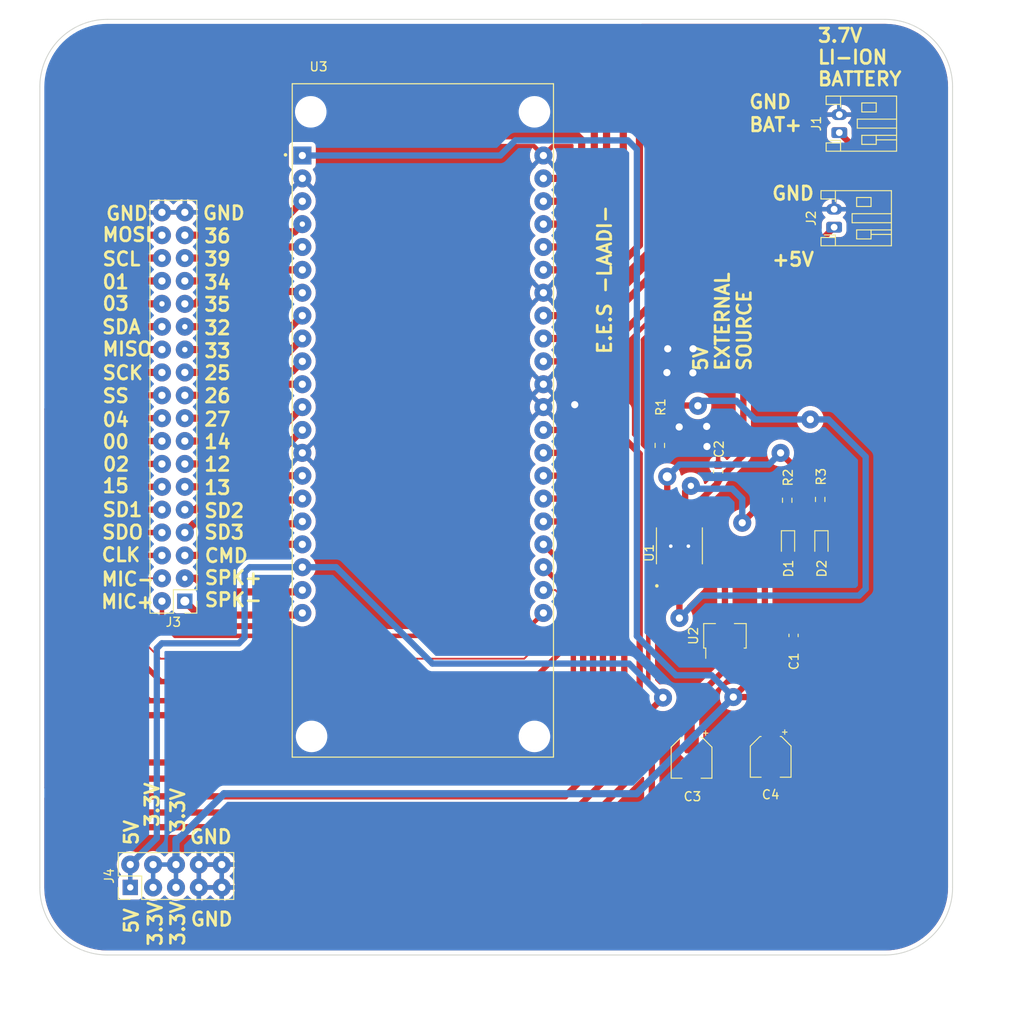
<source format=kicad_pcb>
(kicad_pcb (version 20221018) (generator pcbnew)
  (layers (0 "F.Cu" signal) (31 "B.Cu" signal) (34 "B.Paste" user) (35 "F.Paste" user) (36 "B.SilkS" user "B.Silkscreen") (37 "F.SilkS" user "F.Silkscreen") (38 "B.Mask" user) (39 "F.Mask" user) (44 "Edge.Cuts" user))
  (net 0 "")
  (net 1 "GND")
  (net 2 "BAT")
  (net 3 "3.3V")
  (net 4 "Net-(D1-K)")
  (net 5 "Net-(D2-K)")
  (net 6 "Net-(U1-VCC)")
  (net 7 "Net-(U1-~{STDBY})")
  (net 8 "Net-(U1-~{CHRG})")
  (net 9 "GPIO39")
  (net 10 "GPIO34")
  (net 11 "GPIO33")
  (net 12 "GPIO26")
  (net 13 "GPIO27")
  (net 14 "GPIO14")
  (net 15 "GPIO13")
  (net 16 "SD2")
  (net 17 "SPK+")
  (net 18 "MIC+")
  (net 19 "MIC-")
  (net 20 "CLK")
  (net 21 "SDO")
  (net 22 "GPIO2")
  (net 23 "SS")
  (net 24 "SCK")
  (footprint "GLOBAL_FOOTPRINTS:TP4056" (layer "F.Cu") (at 84.951785 71.984578 90)
    (fp_text reference "U1")
    (fp_text value "TP4056")
  )
  (footprint "Connector_PinHeader_2.54mm:PinHeader_2x05_P2.54mm_Vertical" (layer "F.Cu") (at 23.968009 109.919174 90)
    (fp_text reference "J4")
    (fp_text value "Conn_01x10_Pin")
  )
  (footprint "Capacitor_SMD:C_0603_1608Metric" (layer "F.Cu") (at 97.628009 81.934174 -90)
    (fp_text reference "C1")
    (fp_text value "10U")
  )
  (footprint "Resistor_SMD:R_0603_1608Metric" (layer "F.Cu") (at 82.778009 60.834174 90)
    (fp_text reference "R1")
    (fp_text value "0.4")
  )
  (footprint "Connector_JST:JST_PH_S2B-PH-K_1x02_P2.00mm_Horizontal" (layer "F.Cu") (at 102.708009 26.099174 90)
    (fp_text reference "J1")
    (fp_text value "Li-IoN Bat")
  )
  (footprint "Capacitor_SMD:CP_Elec_4x5.4" (layer "F.Cu") (at 86.303204 95.530862 -90)
    (fp_text reference "C3")
    (fp_text value "1uF")
  )
  (footprint "Resistor_SMD:R_0603_1608Metric" (layer "F.Cu") (at 96.922565 66.924478 90)
    (fp_text reference "R2")
    (fp_text value "1K")
  )
  (footprint "LED_SMD:LED_0603_1608Metric" (layer "F.Cu") (at 100.721838 71.793009 -90)
    (fp_text reference "D2")
    (fp_text value "RED")
  )
  (footprint "Connector_JST:JST_PH_S2B-PH-K_1x02_P2.00mm_Horizontal" (layer "F.Cu") (at 102.134263 36.602013 90)
    (fp_text reference "J2")
    (fp_text value "Li-IoN Bat")
  )
  (footprint "Capacitor_SMD:C_0603_1608Metric" (layer "F.Cu") (at 89.256773 63.759249 90)
    (fp_text reference "C2")
    (fp_text value "10U")
  )
  (footprint "GLOBAL_FOOTPRINTS:LILYGO-T-CALL-SIM800L" (layer "F.Cu") (at 56.463009 58.059174)
    (fp_text reference "U3")
    (fp_text value "LILYGO-T-CALL-SIM800L")
  )
  (footprint "Capacitor_SMD:CP_Elec_4x5.4" (layer "F.Cu") (at 95.088009 95.419174 -90)
    (fp_text reference "C4")
    (fp_text value "1uF")
  )
  (footprint "LED_SMD:LED_0603_1608Metric" (layer "F.Cu") (at 97.012705 71.793009 -90)
    (fp_text reference "D1")
    (fp_text value "GREEN")
  )
  (footprint "Connector_PinHeader_2.54mm:PinHeader_2x18_P2.54mm_Vertical" (layer "F.Cu") (at 30.028009 78.129174 180)
    (fp_text reference "J3")
    (fp_text value "Conn_01x36_Pin")
  )
  (footprint "Resistor_SMD:R_0603_1608Metric" (layer "F.Cu") (at 100.585906 66.832894 90)
    (fp_text reference "R3")
    (fp_text value "1K")
  )
  (footprint "Package_TO_SOT_SMD:SOT-89-3" (layer "F.Cu") (at 90.008009 81.979174 90)
    (fp_text reference "U2")
    (fp_text value "MCP1700x-120xxMB")
  )
  (gr_line (start 107.788009 13.519174) (end 21.42801 13.519174) (stroke (width 0.1)) (layer "Edge.Cuts"))
  (gr_arc (start 21.42801 117.419173) (mid 16.124709 115.222474) (end 13.92801 109.919173) (stroke (width 0.1)) (layer "Edge.Cuts"))
  (gr_arc (start 13.92801 21.019174) (mid 16.124709 15.715873) (end 21.42801 13.519174) (stroke (width 0.1)) (layer "Edge.Cuts"))
  (gr_arc (start 107.788009 13.519174) (mid 113.09131 15.715873) (end 115.288009 21.019174) (stroke (width 0.1)) (layer "Edge.Cuts"))
  (gr_arc (start 115.288008 109.919173) (mid 113.091309 115.222474) (end 107.788008 117.419173) (stroke (width 0.1)) (layer "Edge.Cuts"))
  (gr_line (start 21.42801 117.419173) (end 107.788008 117.419173) (stroke (width 0.1)) (layer "Edge.Cuts"))
  (gr_line (start 115.288008 109.919173) (end 115.288009 21.019174) (stroke (width 0.1)) (layer "Edge.Cuts"))
  (gr_line (start 13.92801 21.019174) (end 13.92801 109.919173) (stroke (width 0.1)) (layer "Edge.Cuts"))
  (gr_text "System Embadded 2024 S.L.H" (at 54.448009 112.459174) (layer "F.Cu") (effects (font (size 2 2.5) (thickness 0.3) bold) (justify right bottom mirror)))
  (gr_text "MIC-" (at 20.628009 76.559174) (layer "F.SilkS") (effects (font (size 1.5 1.5) (thickness 0.3) bold) (justify left bottom)))
  (gr_text "5V" (at 24.978009 115.179174 90) (layer "F.SilkS") (effects (font (size 1.5 1.5) (thickness 0.3) bold) (justify left bottom)))
  (gr_text "26" (at 32.028009 56.209174) (layer "F.SilkS") (effects (font (size 1.5 1.5) (thickness 0.3) bold) (justify left bottom)))
  (gr_text "3.3V" (at 27.27404 103.356731 90) (layer "F.SilkS") (effects (font (size 1.5 1.5) (thickness 0.3) bold) (justify left bottom)))
  (gr_text "GND" (at 21.128009 35.959174) (layer "F.SilkS") (effects (font (size 1.5 1.5) (thickness 0.3) bold) (justify left bottom)))
  (gr_text "33" (at 32.028009 51.209174) (layer "F.SilkS") (effects (font (size 1.5 1.5) (thickness 0.3) bold) (justify left bottom)))
  (gr_text "3.3V" (at 30.127276 103.977 90) (layer "F.SilkS") (effects (font (size 1.5 1.5) (thickness 0.3) bold) (justify left bottom)))
  (gr_text "00" (at 20.728009 61.309174) (layer "F.SilkS") (effects (font (size 1.5 1.5) (thickness 0.3) bold) (justify left bottom)))
  (gr_text "03" (at 20.728009 45.959174) (layer "F.SilkS") (effects (font (size 1.5 1.5) (thickness 0.3) bold) (justify left bottom)))
  (gr_text "34" (at 32.028009 43.609174) (layer "F.SilkS") (effects (font (size 1.5 1.5) (thickness 0.3) bold) (justify left bottom)))
  (gr_text "01" (at 20.728009 43.559174) (layer "F.SilkS") (effects (font (size 1.5 1.5) (thickness 0.3) bold) (justify left bottom)))
  (gr_text "SDO" (at 20.678009 71.359174) (layer "F.SilkS") (effects (font (size 1.5 1.5) (thickness 0.3) bold) (justify left bottom)))
  (gr_text "GND" (at 95.088009 33.719174) (layer "F.SilkS") (effects (font (size 1.5 1.5) (thickness 0.3) bold) (justify left bottom)))
  (gr_text "15" (at 20.728009 66.209174) (layer "F.SilkS") (effects (font (size 1.5 1.5) (thickness 0.3) bold) (justify left bottom)))
  (gr_text "12" (at 32.028009 63.809174) (layer "F.SilkS") (effects (font (size 1.5 1.5) (thickness 0.3) bold) (justify left bottom)))
  (gr_text "SCK" (at 20.728009 53.659174) (layer "F.SilkS") (effects (font (size 1.5 1.5) (thickness 0.3) bold) (justify left bottom)))
  (gr_text "E.E.S -LAADI-\n   " (at 79.938009 50.839174 90) (layer "F.SilkS") (effects (font (size 1.5 1.5) (thickness 0.3) bold) (justify left bottom)))
  (gr_text "GND" (at 30.428009 105.179174) (layer "F.SilkS") (effects (font (size 1.5 1.5) (thickness 0.3) bold) (justify left bottom)))
  (gr_text "5V\nEXTERNAL\nSOURCE" (at 93.028009 52.709174 90) (layer "F.SilkS") (effects (font (size 1.5 1.5) (thickness 0.3) bold) (justify left bottom)))
  (gr_text "14" (at 32.028009 61.309174) (layer "F.SilkS") (effects (font (size 1.5 1.5) (thickness 0.3) bold) (justify left bottom)))
  (gr_text "27" (at 32.028009 58.809174) (layer "F.SilkS") (effects (font (size 1.5 1.5) (thickness 0.3) bold) (justify left bottom)))
  (gr_text "3.7V\nLI-ION\nBATTERY" (at 100.168009 21.019174) (layer "F.SilkS") (effects (font (size 1.5 1.5) (thickness 0.3) bold) (justify left bottom)))
  (gr_text "GND" (at 92.548009 23.559174) (layer "F.SilkS") (effects (font (size 1.5 1.5) (thickness 0.3) bold) (justify left bottom)))
  (gr_text "BAT+" (at 92.548009 26.099174) (layer "F.SilkS") (effects (font (size 1.5 1.5) (thickness 0.3) bold) (justify left bottom)))
  (gr_text "GND" (at 31.878009 35.909174) (layer "F.SilkS") (effects (font (size 1.5 1.5) (thickness 0.3) bold) (justify left bottom)))
  (gr_text "5V" (at 24.978009 105.379174 90) (layer "F.SilkS") (effects (font (size 1.5 1.5) (thickness 0.3) bold) (justify left bottom)))
  (gr_text "SD3" (at 32.028009 71.359174) (layer "F.SilkS") (effects (font (size 1.5 1.5) (thickness 0.3) bold) (justify left bottom)))
  (gr_text "13" (at 32.028009 66.409174) (layer "F.SilkS") (effects (font (size 1.5 1.5) (thickness 0.3) bold) (justify left bottom)))
  (gr_text "32" (at 32.028009 48.659174) (layer "F.SilkS") (effects (font (size 1.5 1.5) (thickness 0.3) bold) (justify left bottom)))
  (gr_text "MOSI" (at 20.728009 38.309174) (layer "F.SilkS") (effects (font (size 1.5 1.5) (thickness 0.3) bold) (justify left bottom)))
  (gr_text "SD2" (at 32.028009 68.959174) (layer "F.SilkS") (effects (font (size 1.5 1.5) (thickness 0.3) bold) (justify left bottom)))
  (gr_text "SD1" (at 20.728009 68.859174) (layer "F.SilkS") (effects (font (size 1.5 1.5) (thickness 0.3) bold) (justify left bottom)))
  (gr_text "CMD" (at 32.078009 73.959174) (layer "F.SilkS") (effects (font (size 1.5 1.5) (thickness 0.3) bold) (justify left bottom)))
  (gr_text "02" (at 20.778009 63.809174) (layer "F.SilkS") (effects (font (size 1.5 1.5) (thickness 0.3) bold) (justify left bottom)))
  (gr_text "SPK+" (at 32.078009 76.409174) (layer "F.SilkS") (effects (font (size 1.5 1.5) (thickness 0.3) bold) (justify left bottom)))
  (gr_text "39" (at 32.028009 41.009174) (layer "F.SilkS") (effects (font (size 1.5 1.5) (thickness 0.3) bold) (justify left bottom)))
  (gr_text "SS" (at 20.728009 56.209174) (layer "F.SilkS") (effects (font (size 1.5 1.5) (thickness 0.3) bold) (justify left bottom)))
  (gr_text "35" (at 32.028009 46.059174) (layer "F.SilkS") (effects (font (size 1.5 1.5) (thickness 0.3) bold) (justify left bottom)))
  (gr_text "MIC+" (at 20.578009 79.059174) (layer "F.SilkS") (effects (font (size 1.5 1.5) (thickness 0.3) bold) (justify left bottom)))
  (gr_text "SDA" (at 20.678009 48.559174) (layer "F.SilkS") (effects (font (size 1.5 1.5) (thickness 0.3) bold) (justify left bottom)))
  (gr_text "GND" (at 30.528009 114.329174) (layer "F.SilkS") (effects (font (size 1.5 1.5) (thickness 0.3) bold) (justify left bottom)))
  (gr_text "04" (at 20.728009 58.859174) (layer "F.SilkS") (effects (font (size 1.5 1.5) (thickness 0.3) bold) (justify left bottom)))
  (gr_text "25" (at 32.028009 53.659174) (layer "F.SilkS") (effects (font (size 1.5 1.5) (thickness 0.3) bold) (justify left bottom)))
  (gr_text "3.3V" (at 30.128009 116.529174 90) (layer "F.SilkS") (effects (font (size 1.5 1.5) (thickness 0.3) bold) (justify left bottom)))
  (gr_text "SPK-" (at 32.078009 78.859174) (layer "F.SilkS") (effects (font (size 1.5 1.5) (thickness 0.3) bold) (justify left bottom)))
  (gr_text "36" (at 32.028009 38.459174) (layer "F.SilkS") (effects (font (size 1.5 1.5) (thickness 0.3) bold) (justify left bottom)))
  (gr_text "SCL" (at 20.728009 41.009174) (layer "F.SilkS") (effects (font (size 1.5 1.5) (thickness 0.3) bold) (justify left bottom)))
  (gr_text "3.3V" (at 27.628009 116.579174 90) (layer "F.SilkS") (effects (font (size 1.5 1.5) (thickness 0.3) bold) (justify left bottom)))
  (gr_text "MISO" (at 20.728009 51.009174) (layer "F.SilkS") (effects (font (size 1.5 1.5) (thickness 0.3) bold) (justify left bottom)))
  (gr_text "+5V" (at 95.088009 41.059174) (layer "F.SilkS") (effects (font (size 1.5 1.5) (thickness 0.3) bold) (justify left bottom)))
  (gr_text "CLK" (at 20.628009 73.859174) (layer "F.SilkS") (effects (font (size 1.5 1.5) (thickness 0.3) bold) (justify left bottom)))
  (via (at 86.469598 50.099065) (size 2) (drill 0.8) (layers "F.Cu" "B.Cu") (net 1))
  (via (at 87.980793 58.722312) (size 2) (drill 0.8) (layers "F.Cu" "B.Cu") (net 1))
  (via (at 83.657713 50.099065) (size 2) (drill 0.8) (layers "F.Cu" "B.Cu") (net 1))
  (via (at 86.445968 52.769173) (size 2) (drill 0.8) (layers "F.Cu" "B.Cu") (net 1))
  (via (at 84.928008 58.783367) (size 2) (drill 0.8) (layers "F.Cu" "B.Cu") (net 1))
  (via (at 85.9468 72.021536) (size 1.5) (drill 0.4) (layers "F.Cu" "B.Cu") (net 1))
  (via (at 88.01132 60.950844) (size 2) (drill 0.8) (layers "F.Cu" "B.Cu") (net 1))
  (via (at 73.328009 56.309174) (size 2) (drill 0.8) (layers "F.Cu" "B.Cu") (net 1))
  (via (at 83.992954 72.021536) (size 1.5) (drill 0.4) (layers "F.Cu" "B.Cu") (net 1))
  (via (at 83.563196 52.745544) (size 2) (drill 0.8) (layers "F.Cu" "B.Cu") (net 1))
  (segment (start 92.05007 61.904974) (end 92.05007 54.371164) (width 0.7) (layer "F.Cu") (net 2))
  (segment (start 86.912868 69.573227) (end 86.912868 67.294315) (width 0.7) (layer "F.Cu") (net 2))
  (segment (start 86.303204 93.730862) (end 86.303204 89.413203) (width 0.7) (layer "F.Cu") (net 2))
  (segment (start 90.008009 72.668368) (end 86.912868 69.573227) (width 0.7) (layer "F.Cu") (net 2))
  (segment (start 86.303204 89.413203) (end 90.008009 85.708398) (width 0.7) (layer "F.Cu") (net 2))
  (segment (start 86.912868 67.294315) (end 89.256773 64.95041) (width 0.7) (layer "F.Cu") (net 2))
  (segment (start 104.916113 28.307278) (end 102.708009 26.099174) (width 0.7) (layer "F.Cu") (net 2))
  (segment (start 90.008009 85.708398) (end 90.008009 72.668368) (width 0.7) (layer "F.Cu") (net 2))
  (segment (start 89.256773 64.698271) (end 92.05007 61.904974) (width 0.7) (layer "F.Cu") (net 2))
  (segment (start 89.256773 64.534249) (end 89.256773 64.95041) (width 0.5) (layer "F.Cu") (net 2))
  (segment (start 92.05007 54.371164) (end 104.916113 41.505121) (width 0.7) (layer "F.Cu") (net 2))
  (segment (start 89.256773 64.95041) (end 87.468009 66.739174) (width 0.5) (layer "F.Cu") (net 2))
  (segment (start 89.256773 64.95041) (end 89.256773 64.698271) (width 0.5) (layer "F.Cu") (net 2))
  (segment (start 104.916113 41.505121) (end 104.916113 28.307278) (width 0.7) (layer "F.Cu") (net 2))
  (segment (start 92.548009 87.170861) (end 90.93962 88.77925) (width 0.7) (layer "F.Cu") (net 3))
  (segment (start 91.508009 83.929174) (end 92.548009 84.969174) (width 0.7) (layer "F.Cu") (net 3))
  (segment (start 93.721469 88.77925) (end 95.088009 90.14579) (width 0.7) (layer "F.Cu") (net 3))
  (segment (start 95.088009 90.14579) (end 95.088009 93.619174) (width 0.7) (layer "F.Cu") (net 3))
  (segment (start 92.548009 84.969174) (end 92.548009 87.170861) (width 0.7) (layer "F.Cu") (net 3))
  (segment (start 90.93962 88.77925) (end 93.721469 88.77925) (width 0.7) (layer "F.Cu") (net 3))
  (via (at 90.93962 88.77925) (size 2) (drill 0.8) (layers "F.Cu" "B.Cu") (net 3))
  (segment (start 88.519544 86.359174) (end 84.574333 86.359174) (width 0.7) (layer "B.Cu") (net 3))
  (segment (start 34.376117 99.511066) (end 29.048009 104.839174) (width 0.8) (layer "B.Cu") (net 3))
  (segment (start 29.048009 107.379174) (end 26.508009 107.379174) (width 0.5) (layer "B.Cu") (net 3))
  (segment (start 65.048009 28.639174) (end 43.078009 28.639174) (width 0.7) (layer "B.Cu") (net 3))
  (segment (start 66.728009 26.959174) (end 65.048009 28.639174) (width 0.7) (layer "B.Cu") (net 3))
  (segment (start 79.228009 26.959174) (end 66.728009 26.959174) (width 0.7) (layer "B.Cu") (net 3))
  (segment (start 90.93962 88.77925) (end 88.519544 86.359174) (width 0.7) (layer "B.Cu") (net 3))
  (segment (start 29.048009 104.559174) (end 29.428009 104.179174) (width 0.5) (layer "B.Cu") (net 3))
  (segment (start 84.574333 86.359174) (end 80.228009 82.01285) (width 0.7) (layer "B.Cu") (net 3))
  (segment (start 29.048009 109.919174) (end 29.048009 107.379174) (width 0.5) (layer "B.Cu") (net 3))
  (segment (start 26.508009 109.919174) (end 26.508009 107.379174) (width 0.5) (layer "B.Cu") (net 3))
  (segment (start 90.93962 88.77925) (end 80.207804 99.511066) (width 0.8) (layer "B.Cu") (net 3))
  (segment (start 29.048009 107.379174) (end 29.048009 104.559174) (width 0.8) (layer "B.Cu") (net 3))
  (segment (start 80.228009 82.01285) (end 80.228009 27.959174) (width 0.7) (layer "B.Cu") (net 3))
  (segment (start 80.207804 99.511066) (end 34.376117 99.511066) (width 0.8) (layer "B.Cu") (net 3))
  (segment (start 80.228009 27.959174) (end 79.228009 26.959174) (width 0.7) (layer "B.Cu") (net 3))
  (segment (start 97.012705 71.005509) (end 97.012705 67.839618) (width 0.7) (layer "F.Cu") (net 4))
  (segment (start 97.012705 67.839618) (end 96.922565 67.749478) (width 0.5) (layer "F.Cu") (net 4))
  (segment (start 100.585906 70.869577) (end 100.585906 67.657894) (width 0.7) (layer "F.Cu") (net 5))
  (segment (start 100.721838 71.005509) (end 100.585906 70.869577) (width 0.5) (layer "F.Cu") (net 5))
  (segment (start 84.584987 56.402196) (end 82.778009 58.209174) (width 0.7) (layer "F.Cu") (net 6))
  (segment (start 86.856785 76.364968) (end 86.856785 74.459578) (width 0.7) (layer "F.Cu") (net 6))
  (segment (start 82.778009 58.209174) (end 82.778009 60.009174) (width 0.7) (layer "F.Cu") (net 6))
  (segment (start 87.003902 56.432723) (end 86.973375 56.402196) (width 0.5) (layer "F.Cu") (net 6))
  (segment (start 86.973375 56.402196) (end 84.584987 56.402196) (width 0.7) (layer "F.Cu") (net 6))
  (segment (start 84.951785 80.006719) (end 84.951785 78.269968) (width 0.7) (layer "F.Cu") (net 6))
  (segment (start 84.951785 78.269968) (end 86.856785 76.364968) (width 0.7) (layer "F.Cu") (net 6))
  (via (at 87.003902 56.432723) (size 2) (drill 0.8) (layers "F.Cu" "B.Cu") (net 6))
  (via (at 84.951785 80.006719) (size 2) (drill 0.8) (layers "F.Cu" "B.Cu") (net 6))
  (via (at 99.486903 57.950041) (size 2) (drill 0.8) (layers "F.Cu" "B.Cu") (net 6))
  (segment (start 104.892843 77.509174) (end 105.637333 76.764684) (width 0.7) (layer "B.Cu") (net 6))
  (segment (start 87.44933 77.509174) (end 104.892843 77.509174) (width 0.7) (layer "B.Cu") (net 6))
  (segment (start 84.951785 80.006719) (end 87.44933 77.509174) (width 0.7) (layer "B.Cu") (net 6))
  (segment (start 101.501741 57.950041) (end 99.486903 57.950041) (width 0.7) (layer "B.Cu") (net 6))
  (segment (start 105.637333 76.764684) (end 105.637333 62.085633) (width 0.7) (layer "B.Cu") (net 6))
  (segment (start 93.337142 57.950041) (end 99.486903 57.950041) (width 0.7) (layer "B.Cu") (net 6))
  (segment (start 87.553403 55.883222) (end 91.270323 55.883222) (width 0.7) (layer "B.Cu") (net 6))
  (segment (start 91.270323 55.883222) (end 93.337142 57.950041) (width 0.7) (layer "B.Cu") (net 6))
  (segment (start 87.003902 56.432723) (end 87.553403 55.883222) (width 0.5) (layer "B.Cu") (net 6))
  (segment (start 105.637333 62.085633) (end 101.501741 57.950041) (width 0.7) (layer "B.Cu") (net 6))
  (segment (start 98.290547 63.765595) (end 98.343607 63.765595) (width 0.5) (layer "F.Cu") (net 7))
  (segment (start 83.600978 66.845653) (end 84.316785 67.56146) (width 0.7) (layer "F.Cu") (net 7))
  (segment (start 95.252662 66.099478) (end 96.922565 66.099478) (width 0.7) (layer "F.Cu") (net 7))
  (segment (start 86.224702 65.324629) (end 85.586785 65.962546) (width 0.5) (layer "F.Cu") (net 7))
  (segment (start 96.187011 61.662059) (end 98.290547 63.765595) (width 0.7) (layer "F.Cu") (net 7))
  (segment (start 91.928377 69.423763) (end 95.252662 66.099478) (width 0.7) (layer "F.Cu") (net 7))
  (segment (start 98.343607 63.765595) (end 100.585906 66.007894) (width 0.7) (layer "F.Cu") (net 7))
  (segment (start 85.586785 65.962546) (end 85.586785 69.509578) (width 0.7) (layer "F.Cu") (net 7))
  (segment (start 84.316785 67.56146) (end 84.316785 69.509578) (width 0.7) (layer "F.Cu") (net 7))
  (segment (start 83.600978 64.309443) (end 83.600978 66.845653) (width 0.7) (layer "F.Cu") (net 7))
  (via (at 96.187011 61.662059) (size 2) (drill 0.8) (layers "F.Cu" "B.Cu") (net 7))
  (via (at 83.600978 64.309443) (size 2) (drill 1) (layers "F.Cu" "B.Cu") (net 7))
  (via (at 86.224702 65.324629) (size 2) (drill 0.7) (layers "F.Cu" "B.Cu") (net 7))
  (via (at 91.928377 69.423763) (size 2) (drill 0.8) (layers "F.Cu" "B.Cu") (net 7))
  (segment (start 94.889896 62.959174) (end 96.187011 61.662059) (width 0.7) (layer "B.Cu") (net 7))
  (segment (start 91.928377 66.763358) (end 91.928377 69.423763) (width 0.7) (layer "B.Cu") (net 7))
  (segment (start 86.544128 65.644055) (end 90.809074 65.644055) (width 0.7) (layer "B.Cu") (net 7))
  (segment (start 86.224702 65.324629) (end 86.544128 65.644055) (width 0.7) (layer "B.Cu") (net 7))
  (segment (start 83.600978 64.309443) (end 84.951247 62.959174) (width 0.7) (layer "B.Cu") (net 7))
  (segment (start 90.809074 65.644055) (end 91.928377 66.763358) (width 0.7) (layer "B.Cu") (net 7))
  (segment (start 84.951247 62.959174) (end 94.889896 62.959174) (width 0.7) (layer "B.Cu") (net 7))
  (segment (start 81.970112 61.659174) (end 82.778009 61.659174) (width 0.5) (layer "F.Cu") (net 8))
  (segment (start 81.891794 101.802959) (end 82.388009 102.299174) (width 0.7) (layer "F.Cu") (net 8))
  (segment (start 100.427102 38.309174) (end 91.94636 38.309174) (width 0.7) (layer "F.Cu") (net 8))
  (segment (start 94.44269 75.004493) (end 96.866674 72.580509) (width 0.7) (layer "F.Cu") (net 8))
  (segment (start 96.866674 72.580509) (end 100.721838 72.580509) (width 0.7) (layer "F.Cu") (net 8))
  (segment (start 82.816381 69.279174) (end 83.046785 69.509578) (width 0.5) (layer "F.Cu") (net 8))
  (segment (start 81.012813 60.701875) (end 81.970112 61.659174) (width 0.7) (layer "F.Cu") (net 8))
  (segment (start 94.44269 81.159174) (end 94.44269 75.004493) (width 0.7) (layer "F.Cu") (net 8))
  (segment (start 83.132331 88.84348) (end 81.497189 87.208338) (width 0.5) (layer "F.Cu") (net 8))
  (segment (start 81.781524 66.790518) (end 82.388009 67.397003) (width 0.5) (layer "F.Cu") (net 8))
  (segment (start 82.778009 61.659174) (end 81.781524 62.655659) (width 0.5) (layer "F.Cu") (net 8))
  (segment (start 101.888009 81.159174) (end 94.44269 81.159174) (width 0.7) (layer "F.Cu") (net 8))
  (segment (start 81.497189 69.279174) (end 82.816381 69.279174) (width 0.5) (layer "F.Cu") (net 8))
  (segment (start 83.132331 88.84348) (end 81.891794 90.084017) (width 0.7) (layer "F.Cu") (net 8))
  (segment (start 81.497189 87.208338) (end 81.497189 69.279174) (width 0.5) (layer "F.Cu") (net 8))
  (segment (start 105.260994 99.746189) (end 105.260994 84.532159) (width 0.7) (layer "F.Cu") (net 8))
  (segment (start 81.781524 62.655659) (end 81.781524 66.790518) (width 0.5) (layer "F.Cu") (net 8))
  (segment (start 102.134263 36.602013) (end 100.427102 38.309174) (width 0.7) (layer "F.Cu") (net 8))
  (segment (start 105.260994 84.532159) (end 101.888009 81.159174) (width 0.7) (layer "F.Cu") (net 8))
  (segment (start 81.891794 90.084017) (end 81.891794 101.802959) (width 0.7) (layer "F.Cu") (net 8))
  (segment (start 91.94636 38.309174) (end 91.888585 38.251399) (width 0.5) (layer "F.Cu") (net 8))
  (segment (start 82.388009 102.299174) (end 102.708009 102.299174) (width 0.7) (layer "F.Cu") (net 8))
  (segment (start 102.708009 102.299174) (end 105.260994 99.746189) (width 0.7) (layer "F.Cu") (net 8))
  (segment (start 82.388009 68.850802) (end 83.046785 69.509578) (width 0.5) (layer "F.Cu") (net 8))
  (segment (start 82.388009 67.397003) (end 82.388009 68.850802) (width 0.5) (layer "F.Cu") (net 8))
  (segment (start 91.888585 38.251399) (end 81.012813 49.127171) (width 0.7) (layer "F.Cu") (net 8))
  (segment (start 81.012813 49.127171) (end 81.012813 60.701875) (width 0.7) (layer "F.Cu") (net 8))
  (via (at 83.132331 88.84348) (size 2) (drill 0.8) (layers "F.Cu" "B.Cu") (net 8))
  (segment (start 79.348025 85.059174) (end 57.528009 85.059174) (width 0.7) (layer "B.Cu") (net 8))
  (segment (start 83.132331 88.84348) (end 79.348025 85.059174) (width 0.7) (layer "B.Cu") (net 8))
  (segment (start 36.028009 82.809174) (end 36.668009 82.169174) (width 0.7) (layer "B.Cu") (net 8))
  (segment (start 23.968009 107.379174) (end 26.918009 104.429174) (width 0.7) (layer "B.Cu") (net 8))
  (segment (start 23.968009 109.919174) (end 23.968009 107.379174) (width 0.5) (layer "B.Cu") (net 8))
  (segment (start 26.918009 83.369174) (end 27.478009 82.809174) (width 0.7) (layer "B.Cu") (net 8))
  (segment (start 26.918009 104.429174) (end 26.918009 83.369174) (width 0.7) (layer "B.Cu") (net 8))
  (segment (start 36.668009 74.919174) (end 37.228009 74.359174) (width 0.7) (layer "B.Cu") (net 8))
  (segment (start 36.668009 82.169174) (end 36.668009 74.919174) (width 0.7) (layer "B.Cu") (net 8))
  (segment (start 57.528009 85.059174) (end 46.828009 74.359174) (width 0.7) (layer "B.Cu") (net 8))
  (segment (start 46.828009 74.359174) (end 43.078009 74.359174) (width 0.7) (layer "B.Cu") (net 8))
  (segment (start 37.228009 74.359174) (end 43.078009 74.359174) (width 0.7) (layer "B.Cu") (net 8))
  (segment (start 27.478009 82.809174) (end 36.028009 82.809174) (width 0.7) (layer "B.Cu") (net 8))
  (segment (start 42.220354 37.116829) (end 43.078009 36.259174) (width 0.8) (layer "F.Cu") (net 9))
  (segment (start 30.028009 40.029174) (end 32.652964 40.029174) (width 0.8) (layer "F.Cu") (net 9))
  (segment (start 33.110086 37.489174) (end 35.065086 35.534174) (width 0.8) (layer "F.Cu") (net 9))
  (segment (start 32.652964 40.029174) (end 35.565309 37.116829) (width 0.8) (layer "F.Cu") (net 9))
  (segment (start 35.065086 35.534174) (end 41.263009 35.534174) (width 0.8) (layer "F.Cu") (net 9))
  (segment (start 41.263009 35.534174) (end 43.078009 33.719174) (width 0.8) (layer "F.Cu") (net 9))
  (segment (start 35.565309 37.116829) (end 42.220354 37.116829) (width 0.8) (layer "F.Cu") (net 9))
  (segment (start 30.028009 37.489174) (end 33.110086 37.489174) (width 0.8) (layer "F.Cu") (net 9))
  (segment (start 31.190572 45.109174) (end 30.028009 45.109174) (width 0.8) (layer "F.Cu") (net 10))
  (segment (start 30.028009 42.569174) (end 31.488009 42.569174) (width 0.8) (layer "F.Cu") (net 10))
  (segment (start 43.078009 41.339174) (end 37.411015 41.339174) (width 0.8) (layer "F.Cu") (net 10))
  (segment (start 31.488009 42.569174) (end 32.718009 41.339174) (width 0.8) (layer "F.Cu") (net 10))
  (segment (start 37.411015 41.339174) (end 35.866942 42.883247) (width 0.8) (layer "F.Cu") (net 10))
  (segment (start 33.416499 42.883247) (end 31.190572 45.109174) (width 0.8) (layer "F.Cu") (net 10))
  (segment (start 30.028009 47.649174) (end 33.714822 47.649174) (width 0.8) (layer "F.Cu") (net 10))
  (segment (start 34.128009 41.339174) (end 36.668009 38.799174) (width 0.8) (layer "F.Cu") (net 10))
  (segment (start 37.623094 43.740902) (end 42.939737 43.740902) (width 0.8) (layer "F.Cu") (net 10))
  (segment (start 36.668009 38.799174) (end 43.078009 38.799174) (width 0.8) (layer "F.Cu") (net 10))
  (segment (start 35.866942 42.883247) (end 33.416499 42.883247) (width 0.8) (layer "F.Cu") (net 10))
  (segment (start 42.939737 43.740902) (end 43.078009 43.879174) (width 0.8) (layer "F.Cu") (net 10))
  (segment (start 32.718009 41.339174) (end 34.128009 41.339174) (width 0.8) (layer "F.Cu") (net 10))
  (segment (start 33.714822 47.649174) (end 37.623094 43.740902) (width 0.8) (layer "F.Cu") (net 10))
  (segment (start 41.339075 48.158108) (end 43.078009 46.419174) (width 0.8) (layer "F.Cu") (net 11))
  (segment (start 35.351613 51.049174) (end 40.988009 51.049174) (width 0.8) (layer "F.Cu") (net 11))
  (segment (start 30.028009 50.189174) (end 33.590833 50.189174) (width 0.8) (layer "F.Cu") (net 11))
  (segment (start 33.671613 52.729174) (end 35.351613 51.049174) (width 0.8) (layer "F.Cu") (net 11))
  (segment (start 33.590833 50.189174) (end 35.621899 48.158108) (width 0.8) (layer "F.Cu") (net 11))
  (segment (start 35.621899 48.158108) (end 41.339075 48.158108) (width 0.8) (layer "F.Cu") (net 11))
  (segment (start 30.028009 52.729174) (end 33.671613 52.729174) (width 0.8) (layer "F.Cu") (net 11))
  (segment (start 40.988009 51.049174) (end 43.078009 48.959174) (width 0.8) (layer "F.Cu") (net 11))
  (segment (start 42.008276 52.568907) (end 43.078009 51.499174) (width 0.8) (layer "F.Cu") (net 12))
  (segment (start 36.642918 52.568907) (end 42.008276 52.568907) (width 0.8) (layer "F.Cu") (net 12))
  (segment (start 33.942651 55.269174) (end 36.642918 52.568907) (width 0.8) (layer "F.Cu") (net 12))
  (segment (start 30.028009 55.269174) (end 33.942651 55.269174) (width 0.8) (layer "F.Cu") (net 12))
  (segment (start 37.663935 54.039174) (end 43.078009 54.039174) (width 0.8) (layer "F.Cu") (net 13))
  (segment (start 35.866943 55.836166) (end 37.663935 54.039174) (width 0.8) (layer "F.Cu") (net 13))
  (segment (start 33.934776 57.809174) (end 35.866943 55.877007) (width 0.8) (layer "F.Cu") (net 13))
  (segment (start 35.866943 55.877007) (end 35.866943 55.836166) (width 0.8) (layer "F.Cu") (net 13))
  (segment (start 30.028009 57.809174) (end 33.934776 57.809174) (width 0.8) (layer "F.Cu") (net 13))
  (segment (start 40.988009 58.669174) (end 43.078009 56.579174) (width 0.8) (layer "F.Cu") (net 14))
  (segment (start 35.381613 58.669174) (end 40.988009 58.669174) (width 0.8) (layer "F.Cu") (net 14))
  (segment (start 30.028009 60.349174) (end 33.701613 60.349174) (width 0.8) (layer "F.Cu") (net 14))
  (segment (start 30.028009 62.889174) (end 33.673981 62.889174) (width 0.8) (layer "F.Cu") (net 14))
  (segment (start 33.673981 62.889174) (end 35.826101 60.737054) (width 0.8) (layer "F.Cu") (net 14))
  (segment (start 35.826101 60.737054) (end 41.460129 60.737054) (width 0.8) (layer "F.Cu") (net 14))
  (segment (start 41.460129 60.737054) (end 43.078009 59.119174) (width 0.8) (layer "F.Cu") (net 14))
  (segment (start 33.701613 60.349174) (end 35.381613 58.669174) (width 0.8) (layer "F.Cu") (net 14))
  (segment (start 30.028009 65.429174) (end 33.799121 65.429174) (width 0.8) (layer "F.Cu") (net 15))
  (segment (start 35.029121 64.199174) (end 43.078009 64.199174) (width 0.8) (layer "F.Cu") (net 15))
  (segment (start 33.799121 65.429174) (end 35.029121 64.199174) (width 0.8) (layer "F.Cu") (net 15))
  (segment (start 32.6718 71.815383) (end 43.074218 71.815383) (width 0.8) (layer "F.Cu") (net 16))
  (segment (start 43.074218 71.815383) (end 43.078009 71.819174) (width 0.8) (layer "F.Cu") (net 16))
  (segment (start 30.028009 70.509174) (end 31.000713 69.53647) (width 0.8) (layer "F.Cu") (net 16))
  (segment (start 42.820713 69.53647) (end 43.078009 69.279174) (width 0.8) (layer "F.Cu") (net 16))
  (segment (start 42.927192 66.889991) (end 43.078009 66.739174) (width 0.8) (layer "F.Cu") (net 16))
  (segment (start 30.028009 67.969174) (end 31.238009 67.969174) (width 0.8) (layer "F.Cu") (net 16))
  (segment (start 32.317192 66.889991) (end 42.927192 66.889991) (width 0.8) (layer "F.Cu") (net 16))
  (segment (start 31.000713 69.53647) (end 42.820713 69.53647) (width 0.8) (layer "F.Cu") (net 16))
  (segment (start 31.238009 67.969174) (end 32.317192 66.889991) (width 0.8) (layer "F.Cu") (net 16))
  (segment (start 30.028009 73.049174) (end 31.438009 73.049174) (width 0.8) (layer "F.Cu") (net 16))
  (segment (start 31.438009 73.049174) (end 32.6718 71.815383) (width 0.8) (layer "F.Cu") (net 16))
  (segment (start 30.028009 78.129174) (end 31.574301 79.675466) (width 0.8) (layer "F.Cu") (net 17))
  (segment (start 42.841717 79.675466) (end 43.078009 79.439174) (width 0.8) (layer "F.Cu") (net 17))
  (segment (start 42.877308 77.099875) (end 43.078009 76.899174) (width 0.8) (layer "F.Cu") (net 17))
  (segment (start 31.574301 79.675466) (end 42.841717 79.675466) (width 0.8) (layer "F.Cu") (net 17))
  (segment (start 30.028009 75.589174) (end 31.258009 75.589174) (width 0.8) (layer "F.Cu") (net 17))
  (segment (start 32.76871 77.099875) (end 42.877308 77.099875) (width 0.8) (layer "F.Cu") (net 17))
  (segment (start 31.258009 75.589174) (end 32.76871 77.099875) (width 0.8) (layer "F.Cu") (net 17))
  (segment (start 27.488009 78.129174) (end 27.488009 80.519174) (width 0.5) (layer "F.Cu") (net 18))
  (segment (start 27.488009 80.519174) (end 28.948009 81.979174) (width 0.5) (layer "F.Cu") (net 18))
  (segment (start 28.948009 81.979174) (end 67.308009 81.979174) (width 0.5) (layer "F.Cu") (net 18))
  (segment (start 67.308009 81.979174) (end 69.848009 79.439174) (width 0.5) (layer "F.Cu") (net 18))
  (segment (start 24.670176 81.865113) (end 27.324237 84.519174) (width 0.2) (layer "F.Cu") (net 19))
  (segment (start 67.718009 84.519174) (end 71.523131 80.714052) (width 0.2) (layer "F.Cu") (net 19))
  (segment (start 25.798009 75.589174) (end 24.670176 76.717007) (width 0.2) (layer "F.Cu") (net 19))
  (segment (start 71.523131 80.714052) (end 71.523131 77.254296) (width 0.2) (layer "F.Cu") (net 19))
  (segment (start 27.488009 75.589174) (end 25.798009 75.589174) (width 0.2) (layer "F.Cu") (net 19))
  (segment (start 71.523131 77.254296) (end 71.168009 76.899174) (width 0.2) (layer "F.Cu") (net 19))
  (segment (start 71.168009 76.899174) (end 69.848009 76.899174) (width 0.2) (layer "F.Cu") (net 19))
  (segment (start 24.670176 76.717007) (end 24.670176 81.865113) (width 0.2) (layer "F.Cu") (net 19))
  (segment (start 27.324237 84.519174) (end 67.718009 84.519174) (width 0.2) (layer "F.Cu") (net 19))
  (segment (start 23.459768 83.138794) (end 27.380148 87.059174) (width 0.6) (layer "F.Cu") (net 20))
  (segment (start 68.477912 87.059174) (end 72.278009 83.259077) (width 0.6) (layer "F.Cu") (net 20))
  (segment (start 25.278009 73.049174) (end 23.459768 74.867415) (width 0.6) (layer "F.Cu") (net 20))
  (segment (start 23.459768 74.867415) (end 23.459768 83.138794) (width 0.6) (layer "F.Cu") (net 20))
  (segment (start 72.278009 76.789174) (end 69.848009 74.359174) (width 0.6) (layer "F.Cu") (net 20))
  (segment (start 27.380148 87.059174) (end 68.477912 87.059174) (width 0.6) (layer "F.Cu") (net 20))
  (segment (start 72.278009 83.259077) (end 72.278009 76.789174) (width 0.6) (layer "F.Cu") (net 20))
  (segment (start 27.488009 73.049174) (end 25.278009 73.049174) (width 0.6) (layer "F.Cu") (net 20))
  (segment (start 73.173918 87.52024) (end 73.173918 75.145083) (width 0.6) (layer "F.Cu") (net 21))
  (segment (start 27.488009 70.509174) (end 22.738009 70.509174) (width 0.6) (layer "F.Cu") (net 21))
  (segment (start 22.738009 70.509174) (end 22.080259 71.166924) (width 0.6) (layer "F.Cu") (net 21))
  (segment (start 22.080259 71.166924) (end 22.080259 85.176228) (width 0.6) (layer "F.Cu") (net 21))
  (segment (start 71.511266 89.182892) (end 73.173918 87.52024) (width 0.6) (layer "F.Cu") (net 21))
  (segment (start 73.173918 75.145083) (end 69.848009 71.819174) (width 0.6) (layer "F.Cu") (net 21))
  (segment (start 22.080259 85.176228) (end 26.086923 89.182892) (width 0.6) (layer "F.Cu") (net 21))
  (segment (start 26.086923 89.182892) (end 71.511266 89.182892) (width 0.6) (layer "F.Cu") (net 21))
  (segment (start 74.263053 88.133742) (end 74.263053 71.371076) (width 0.7) (layer "F.Cu") (net 22))
  (segment (start 74.263053 71.371076) (end 72.171151 69.279174) (width 0.7) (layer "F.Cu") (net 22))
  (segment (start 21.802741 97.841127) (end 71.64593 97.841127) (width 0.7) (layer "F.Cu") (net 22))
  (segment (start 27.488009 67.969174) (end 22.476462 67.969174) (width 0.7) (layer "F.Cu") (net 22))
  (segment (start 20.576173 86.939401) (end 24.429963 90.793191) (width 0.7) (layer "F.Cu") (net 22))
  (segment (start 18.197213 63.95292) (end 18.197213 94.235599) (width 0.7) (layer "F.Cu") (net 22))
  (segment (start 76.462188 66.844902) (end 73.81646 64.199174) (width 0.7) (layer "F.Cu") (net 22))
  (segment (start 19.260959 62.889174) (end 18.197213 63.95292) (width 0.7) (layer "F.Cu") (net 22))
  (segment (start 22.439685 96.044135) (end 70.575026 96.044135) (width 0.7) (layer "F.Cu") (net 22))
  (segment (start 19.418338 93.022788) (end 22.439685 96.044135) (width 0.7) (layer "F.Cu") (net 22))
  (segment (start 20.576173 69.869463) (end 20.576173 86.939401) (width 0.7) (layer "F.Cu") (net 22))
  (segment (start 24.429963 90.793191) (end 71.603604 90.793191) (width 0.7) (layer "F.Cu") (net 22))
  (segment (start 18.197213 94.235599) (end 21.802741 97.841127) (width 0.7) (layer "F.Cu") (net 22))
  (segment (start 19.418338 67.636496) (end 19.418338 93.022788) (width 0.7) (layer "F.Cu") (net 22))
  (segment (start 27.488009 62.889174) (end 19.260959 62.889174) (width 0.7) (layer "F.Cu") (net 22))
  (segment (start 71.64593 97.841127) (end 76.462188 93.024869) (width 0.7) (layer "F.Cu") (net 22))
  (segment (start 76.462188 93.024869) (end 76.462188 66.844902) (width 0.7) (layer "F.Cu") (net 22))
  (segment (start 71.408009 66.739174) (end 69.848009 66.739174) (width 0.7) (layer "F.Cu") (net 22))
  (segment (start 21.62566 65.429174) (end 19.418338 67.636496) (width 0.7) (layer "F.Cu") (net 22))
  (segment (start 75.362621 70.693786) (end 71.408009 66.739174) (width 0.7) (layer "F.Cu") (net 22))
  (segment (start 70.575026 96.044135) (end 75.362621 91.25654) (width 0.7) (layer "F.Cu") (net 22))
  (segment (start 27.488009 65.429174) (end 21.62566 65.429174) (width 0.7) (layer "F.Cu") (net 22))
  (segment (start 72.171151 69.279174) (end 69.848009 69.279174) (width 0.7) (layer "F.Cu") (net 22))
  (segment (start 73.81646 64.199174) (end 69.848009 64.199174) (width 0.7) (layer "F.Cu") (net 22))
  (segment (start 75.362621 91.25654) (end 75.362621 70.693786) (width 0.7) (layer "F.Cu") (net 22))
  (segment (start 71.603604 90.793191) (end 74.263053 88.133742) (width 0.7) (layer "F.Cu") (net 22))
  (segment (start 22.476462 67.969174) (end 20.576173 69.869463) (width 0.7) (layer "F.Cu") (net 22))
  (segment (start 77.561755 64.074556) (end 75.146373 61.659174) (width 0.7) (layer "F.Cu") (net 23))
  (segment (start 21.132781 99.801482) (end 72.265378 99.801482) (width 0.7) (layer "F.Cu") (net 23))
  (segment (start 17.044777 61.599214) (end 17.044777 95.713478) (width 0.7) (layer "F.Cu") (net 23))
  (segment (start 27.488009 60.349174) (end 18.294817 60.349174) (width 0.7) (layer "F.Cu") (net 23))
  (segment (start 78.830486 56.861651) (end 73.468009 51.499174) (width 0.7) (layer "F.Cu") (net 23))
  (segment (start 16.310253 55.269174) (end 14.77801 56.801417) (width 0.7) (layer "F.Cu") (net 23))
  (segment (start 15.839388 59.119173) (end 15.839388 97.121896) (width 0.7) (layer "F.Cu") (net 23))
  (segment (start 15.839388 97.121896) (end 20.315966 101.598474) (width 0.7) (layer "F.Cu") (net 23))
  (segment (start 27.488009 55.269174) (end 16.310253 55.269174) (width 0.7) (layer "F.Cu") (net 23))
  (segment (start 75.146373 61.659174) (end 69.848009 61.659174) (width 0.7) (layer "F.Cu") (net 23))
  (segment (start 74.06237 103.232103) (end 80.540165 96.754308) (width 0.7) (layer "F.Cu") (net 23))
  (segment (start 78.830486 60.060805) (end 78.830486 56.861651) (width 0.7) (layer "F.Cu") (net 23))
  (segment (start 14.77801 98.837688) (end 19.172425 103.232103) (width 0.7) (layer "F.Cu") (net 23))
  (segment (start 17.044777 95.713478) (end 21.132781 99.801482) (width 0.7) (layer "F.Cu") (net 23))
  (segment (start 80.540165 96.754308) (end 80.540165 61.770484) (width 0.7) (layer "F.Cu") (net 23))
  (segment (start 78.830486 95.850181) (end 78.830486 61.823262) (width 0.7) (layer "F.Cu") (net 23))
  (segment (start 76.126398 59.119174) (end 69.848009 59.119174) (width 0.7) (layer "F.Cu") (net 23))
  (segment (start 19.172425 103.232103) (end 74.06237 103.232103) (width 0.7) (layer "F.Cu") (net 23))
  (segment (start 27.488009 57.809174) (end 17.149387 57.809174) (width 0.7) (layer "F.Cu") (net 23))
  (segment (start 73.082193 101.598474) (end 78.830486 95.850181) (width 0.7) (layer "F.Cu") (net 23))
  (segment (start 18.294817 60.349174) (end 17.044777 61.599214) (width 0.7) (layer "F.Cu") (net 23))
  (segment (start 20.315966 101.598474) (end 73.082193 101.598474) (width 0.7) (layer "F.Cu") (net 23))
  (segment (start 77.561755 94.505105) (end 77.561755 64.074556) (width 0.7) (layer "F.Cu") (net 23))
  (segment (start 17.149387 57.809174) (end 15.839388 59.119173) (width 0.7) (layer "F.Cu") (net 23))
  (segment (start 73.468009 51.499174) (end 69.848009 51.499174) (width 0.7) (layer "F.Cu") (net 23))
  (segment (start 72.265378 99.801482) (end 77.561755 94.505105) (width 0.7) (layer "F.Cu") (net 23))
  (segment (start 80.540165 61.770484) (end 78.830486 60.060805) (width 0.7) (layer "F.Cu") (net 23))
  (segment (start 78.830486 61.823262) (end 76.126398 59.119174) (width 0.7) (layer "F.Cu") (net 23))
  (segment (start 14.77801 56.801417) (end 14.77801 98.837688) (width 0.7) (layer "F.Cu") (net 23))
  (segment (start 15.296246 51.43201) (end 16.59341 52.729174) (width 0.8) (layer "F.Cu") (net 24))
  (segment (start 72.523199 21.534278) (end 75.503591 24.51467) (width 0.8) (layer "F.Cu") (net 24))
  (segment (start 18.062857 22.072856) (end 22.302007 17.833706) (width 0.8) (layer "F.Cu") (net 24))
  (segment (start 75.599815 19.145575) (end 78.720217 22.265977) (width 0.8) (layer "F.Cu") (net 24))
  (segment (start 19.442761 22.99221) (end 23.289396 19.145575) (width 0.8) (layer "F.Cu") (net 24))
  (segment (start 75.503591 31.625203) (end 73.40962 33.719174) (width 0.8) (layer "F.Cu") (net 24))
  (segment (start 16.59341 52.729174) (end 27.488009 52.729174) (width 0.8) (layer "F.Cu") (net 24))
  (segment (start 25.426926 26.450257) (end 73.63935 26.450257) (width 0.8) (layer "F.Cu") (net 24))
  (segment (start 76.859348 34.321867) (end 74.922041 36.259174) (width 0.8) (layer "F.Cu") (net 24))
  (segment (start 76.859348 22.991629) (end 76.859348 34.321867) (width 0.8) (layer "F.Cu") (net 24))
  (segment (start 27.488009 50.189174) (end 17.016278 50.189174) (width 0.8) (layer "F.Cu") (net 24))
  (segment (start 74.922041 36.259174) (end 69.848009 36.259174) (width 0.8) (layer "F.Cu") (net 24))
  (segment (start 27.488009 42.569174) (end 21.78722 42.569174) (width 0.8) (layer "F.Cu") (net 24))
  (segment (start 22.179849 24.680826) (end 25.326397 21.534278) (width 0.8) (layer "F.Cu") (net 24))
  (segment (start 23.968009 27.909174) (end 25.426926 26.450257) (width 0.8) (layer "F.Cu") (net 24))
  (segment (start 19.442761 44.030946) (end 19.442761 22.99221) (width 0.8) (layer "F.Cu") (net 24))
  (segment (start 70.558009 31.179174) (end 69.848009 31.179174) (width 0.25) (layer "F.Cu") (net 24))
  (segment (start 24.093441 20.357554) (end 74.225273 20.357554) (width 0.8) (layer "F.Cu") (net 24))
  (segment (start 69.848009 48.959174) (end 78.0407 48.959174) (width 0.8) (layer "F.Cu") (net 24))
  (segment (start 73.40962 33.719174) (end 69.848009 33.719174) (width 0.8) (layer "F.Cu") (net 24))
  (segment (start 23.565293 40.029174) (end 22.179849 38.64373) (width 0.8) (layer "F.Cu") (net 24))
  (segment (start 23.289396 19.145575) (end 75.599815 19.145575) (width 0.8) (layer "F.Cu") (net 24))
  (segment (start 82.80429 20.87156) (end 82.80429 41.024074) (width 0.8) (layer "F.Cu") (net 24))
  (segment (start 22.302007 17.833706) (end 76.989267 17.833706) (width 0.8) (layer "F.Cu") (net 24))
  (segment (start 84.928009 19.72802) (end 80.171398 14.971409) (width 0.8) (layer "F.Cu") (net 24))
  (segment (start 78.0407 48.959174) (end 84.928009 42.071865) (width 0.8) (layer "F.Cu") (net 24))
  (segment (start 78.720217 22.265977) (end 78.720217 37.067527) (width 0.8) (layer "F.Cu") (net 24))
  (segment (start 27.488009 40.029174) (end 23.565293 40.029174) (width 0.8) (layer "F.Cu") (net 24))
  (segment (start 27.488009 47.649174) (end 18.062857 47.649174) (width 0.8) (layer "F.Cu") (net 24))
  (segment (start 20.188974 14.971409) (end 15.296246 19.864137) (width 0.8) (layer "F.Cu") (net 24))
  (segment (start 20.520989 45.109174) (end 19.442761 44.030946) (width 0.8) (layer "F.Cu") (net 24))
  (segment (start 74.098808 26.909715) (end 74.098808 29.758356) (width 0.8) (layer "F.Cu") (net 24))
  (segment (start 23.968009 36.259174) (end 23.968009 27.909174) (width 0.8) (layer "F.Cu") (net 24))
  (segment (start 80.171398 14.971409) (end 20.188974 14.971409) (width 0.8) (layer "F.Cu") (net 24))
  (segment (start 15.296246 19.864137) (end 15.296246 51.43201) (width 0.8) (layer "F.Cu") (net 24))
  (segment (start 72.67799 31.179174) (end 70.558009 31.179174) (width 0.8) (layer "F.Cu") (net 24))
  (segment (start 25.198009 37.489174) (end 23.968009 36.259174) (width 0.8) (layer "F.Cu") (net 24))
  (segment (start 73.63935 26.450257) (end 74.098808 26.909715) (width 0.8) (layer "F.Cu") (net 24))
  (segment (start 76.989267 17.833706) (end 80.517209 21.361648) (width 0.8) (layer "F.Cu") (net 24))
  (segment (start 76.98857 38.799174) (end 69.848009 38.799174) (width 0.8) (layer "F.Cu") (net 24))
  (segment (start 22.179849 38.64373) (end 22.179849 24.680826) (width 0.8) (layer "F.Cu") (net 24))
  (segment (start 75.503591 24.51467) (end 75.503591 31.625203) (width 0.8) (layer "F.Cu") (net 24))
  (segment (start 78.720217 37.067527) (end 76.98857 38.799174) (width 0.8) (layer "F.Cu") (net 24))
  (segment (start 27.488009 45.109174) (end 20.520989 45.109174) (width 0.8) (layer "F.Cu") (net 24))
  (segment (start 77.763324 41.339174) (end 69.848009 41.339174) (width 0.8) (layer "F.Cu") (net 24))
  (segment (start 78.403978 16.471248) (end 82.80429 20.87156) (width 0.8) (layer "F.Cu") (net 24))
  (segment (start 82.80429 41.024074) (end 77.40919 46.419174) (width 0.8) (layer "F.Cu") (net 24))
  (segment (start 74.225273 20.357554) (end 76.859348 22.991629) (width 0.8) (layer "F.Cu") (net 24))
  (segment (start 21.304149 16.471248) (end 78.403978 16.471248) (width 0.8) (layer "F.Cu") (net 24))
  (segment (start 17.016278 50.189174) (end 16.668998 49.841894) (width 0.8) (layer "F.Cu") (net 24))
  (segment (start 74.098808 29.758356) (end 72.67799 31.179174) (width 0.8) (layer "F.Cu") (net 24))
  (segment (start 18.062857 47.649174) (end 18.062857 22.072856) (width 0.8) (layer "F.Cu") (net 24))
  (segment (start 21.78722 42.569174) (end 20.876659 41.658613) (width 0.8) (layer "F.Cu") (net 24))
  (segment (start 20.876659 23.574336) (end 24.093441 20.357554) (width 0.8) (layer "F.Cu") (net 24))
  (segment (start 80.517209 21.361648) (end 80.517209 38.585289) (width 0.8) (layer "F.Cu") (net 24))
  (segment (start 16.668998 49.841894) (end 16.668998 21.106399) (width 0.8) (layer "F.Cu") (net 24))
  (segment (start 25.326397 21.534278) (end 72.523199 21.534278) (width 0.8) (layer "F.Cu") (net 24))
  (segment (start 20.876659 41.658613) (end 20.876659 23.574336) (width 0.8) (layer "F.Cu") (net 24))
  (segment (start 77.40919 46.419174) (end 69.848009 46.419174) (width 0.8) (layer "F.Cu") (net 24))
  (segment (start 84.928009 42.071865) (end 84.928009 19.72802) (width 0.8) (layer "F.Cu") (net 24))
  (segment (start 80.517209 38.585289) (end 77.763324 41.339174) (width 0.8) (layer "F.Cu") (net 24))
  (segment (start 16.668998 21.106399) (end 21.304149 16.471248) (width 0.8) (layer "F.Cu") (net 24))
  (segment (start 27.488009 37.489174) (end 25.198009 37.489174) (width 0.8) (layer "F.Cu") (net 24))
  (zone (net 1) (net_name "GND") (layers "F&B.Cu") (connect_pads (clearance 0.5)) (min_thickness 0.25) (fill yes (thermal_gap 0.5) (thermal_bridge_width 0.5))
    (polygon (pts (xy 10.653027 11.919174) (xy 123.233027 11.369174) (xy 122.533027 123.579174) (xy 9.503027 124.179174)))
  )
)
</source>
